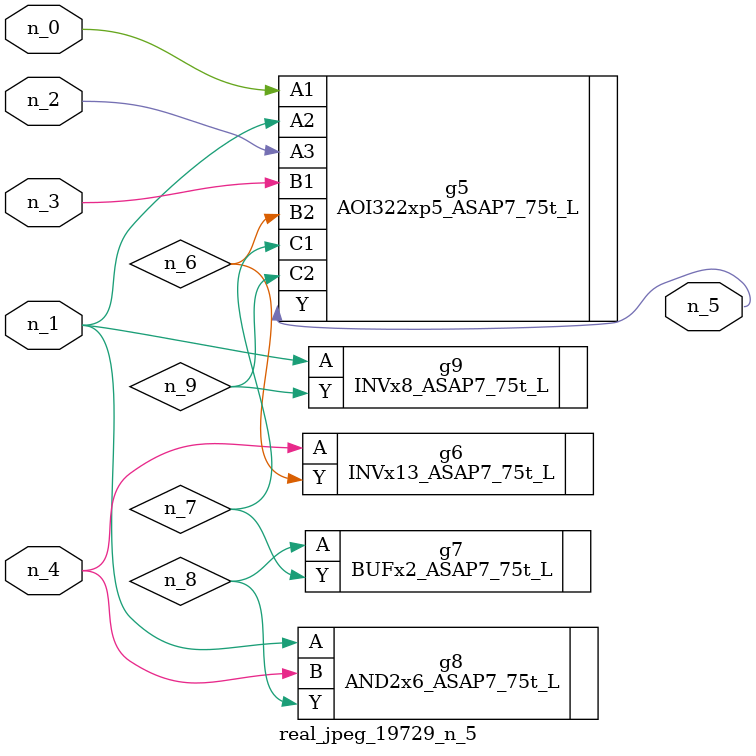
<source format=v>
module real_jpeg_19729_n_5 (n_4, n_0, n_1, n_2, n_3, n_5);

input n_4;
input n_0;
input n_1;
input n_2;
input n_3;

output n_5;

wire n_8;
wire n_6;
wire n_7;
wire n_9;

AOI322xp5_ASAP7_75t_L g5 ( 
.A1(n_0),
.A2(n_1),
.A3(n_2),
.B1(n_3),
.B2(n_6),
.C1(n_7),
.C2(n_9),
.Y(n_5)
);

AND2x6_ASAP7_75t_L g8 ( 
.A(n_1),
.B(n_4),
.Y(n_8)
);

INVx8_ASAP7_75t_L g9 ( 
.A(n_1),
.Y(n_9)
);

INVx13_ASAP7_75t_L g6 ( 
.A(n_4),
.Y(n_6)
);

BUFx2_ASAP7_75t_L g7 ( 
.A(n_8),
.Y(n_7)
);


endmodule
</source>
